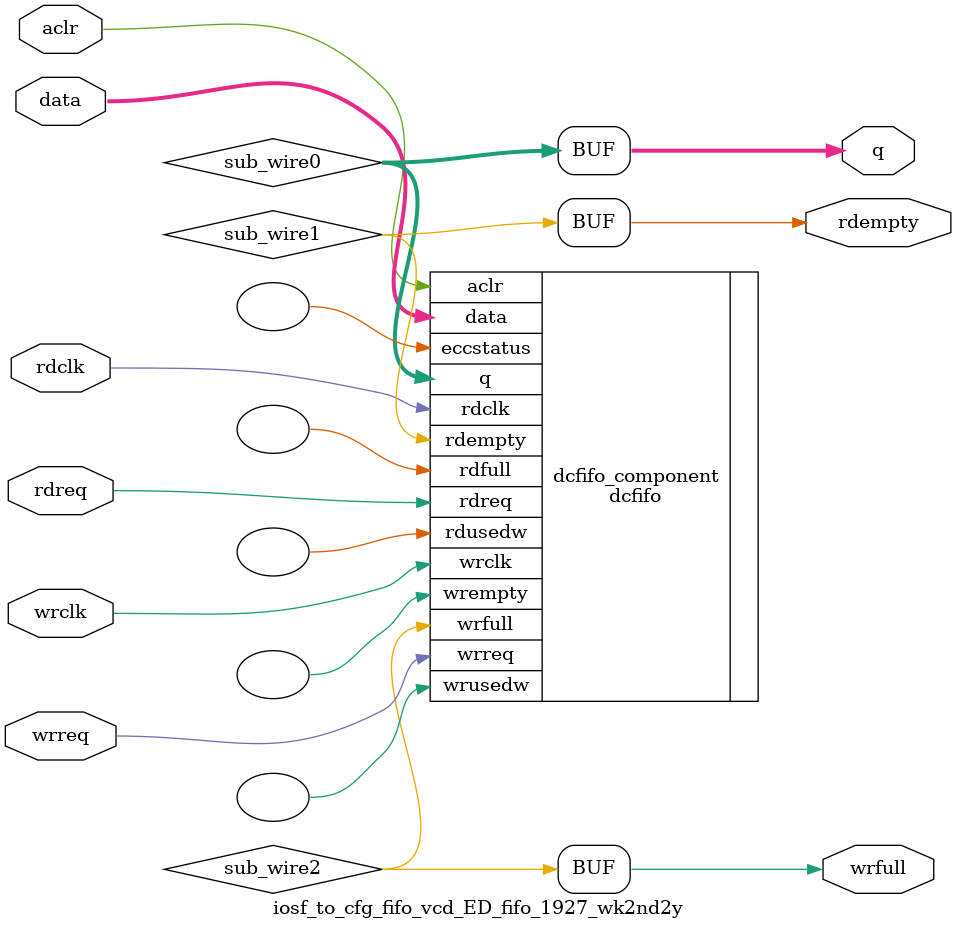
<source format=v>



`timescale 1 ps / 1 ps
// synopsys translate_on
module  iosf_to_cfg_fifo_vcd_ED_fifo_1927_wk2nd2y  (
    aclr,
    data,
    rdclk,
    rdreq,
    wrclk,
    wrreq,
    q,
    rdempty,
    wrfull);

    input    aclr;
    input  [143:0]  data;
    input    rdclk;
    input    rdreq;
    input    wrclk;
    input    wrreq;
    output [143:0]  q;
    output   rdempty;
    output   wrfull;
`ifndef ALTERA_RESERVED_QIS
// synopsys translate_off
`endif
    tri0     aclr;
`ifndef ALTERA_RESERVED_QIS
// synopsys translate_on
`endif

    wire [143:0] sub_wire0;
    wire  sub_wire1;
    wire  sub_wire2;
    wire [143:0] q = sub_wire0[143:0];
    wire  rdempty = sub_wire1;
    wire  wrfull = sub_wire2;

    dcfifo  dcfifo_component (
                .aclr (aclr),
                .data (data),
                .rdclk (rdclk),
                .rdreq (rdreq),
                .wrclk (wrclk),
                .wrreq (wrreq),
                .q (sub_wire0),
                .rdempty (sub_wire1),
                .wrfull (sub_wire2),
                .eccstatus (),
                .rdfull (),
                .rdusedw (),
                .wrempty (),
                .wrusedw ());
    defparam
        dcfifo_component.enable_ecc  = "FALSE",
        dcfifo_component.intended_device_family  = "Agilex 7",
        dcfifo_component.lpm_hint  = "DISABLE_DCFIFO_EMBEDDED_TIMING_CONSTRAINT=TRUE",
        dcfifo_component.lpm_numwords  = 8,
        dcfifo_component.lpm_showahead  = "ON",
        dcfifo_component.lpm_type  = "dcfifo",
        dcfifo_component.lpm_width  = 144,
        dcfifo_component.lpm_widthu  = 3,
        dcfifo_component.overflow_checking  = "ON",
        dcfifo_component.rdsync_delaypipe  = 5,
        dcfifo_component.read_aclr_synch  = "ON",
        dcfifo_component.underflow_checking  = "ON",
        dcfifo_component.use_eab  = "ON",
        dcfifo_component.write_aclr_synch  = "OFF",
        dcfifo_component.wrsync_delaypipe  = 5;


endmodule



</source>
